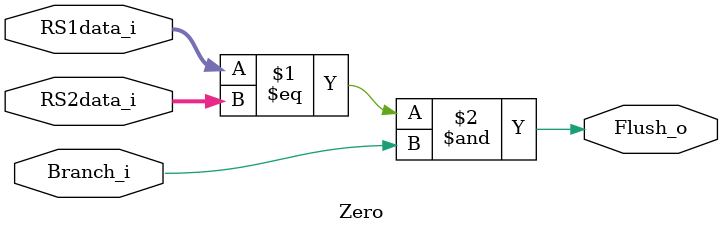
<source format=v>
module Zero (
           RS1data_i,
           RS2data_i,
           Branch_i,
           Flush_o
       );

input [31:0] RS1data_i, RS2data_i;
input Branch_i;
output Flush_o;

assign Flush_o = (RS1data_i == RS2data_i) & Branch_i;

endmodule

</source>
